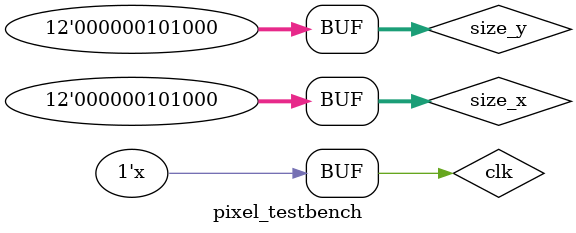
<source format=sv>

module pixel_testbench();
	// TODO "Reset perspective"
	//      Right-click the Sigasi icon in the top right corner and select **Reset**
	//      to reset the Sigasi perspective and start with a cleaner layout.

	// TODO "Validation: severity"
	//      By default, the use of the deprecated `reg` keyword is ignored.
	//      Depending on your project requirements, you may want to change the severity
	//      to `error`, `warning` or `info`.
	//
	//      Go to **Project > Properties > Verilog Errors/Warnings**.
	//      Tick the 'Enable project specific settings' checkbox.
	//      Change the `Disallow 'reg' datatype` severity to `warning` and click `Apply and Close`.
	//      Note that the warning icons have appeared on the next 2 lines to reflect the new severity.
	reg rst;
	reg start;

	// TODO "Quick Fixes"
	//      The lightbulbs combined with the warning markers on the previous lines of code mean that
	//      Sigasi Studio has one or more **Quick Fixes**. These are suggestions on how to solve the problem.
	//      Place your mouse pointer over the marker icon to see the warning message.
	//      Click on the icon to open the Quick Fixes pop-up, and double-click the suggested solution
	//      `Replace reg with logic` to accept it.
	//
	//      Alternatively, use a Quick Fix to suppress the warning.
	reg clk;

	logic [11:0] size_x = 40, size_y = 40;
	logic [23:0] count;
	logic pixel_in, input_pixel;
	typedef enum {IDLE, RUNNING, READY} t_feeder_states;
	t_feeder_states feeder_state;
	// Feed data into the DUT
	always @(posedge clk) begin
		if (rst == 1'b1) begin
			feeder_state = IDLE;
			pixel_in = 0;
			count = 0;
		end
		else begin
			pixel_in = 0;
			// TODO "Validation: case statement"
			//      Place the mouse pointer over the warning-with-lightbulb icon at the left of the
			//      next line of code. A pop-up appears with two warning messages.
			//      * The case statement doesn't cover all cases: `IDLE` is missing.
			//      * The case statement doesn't have a `default` clause.
			//
			//      The line after the `case` line has the choice `ID` with a missing `LE`. Place the
			//      cursor after `ID` and press **Ctrl+Space** to auto-complete the enum value. Now all
			//      cases are covered in the case statement.
			case (feeder_state)
				IDLE:
				if (start) begin
					feeder_state = RUNNING;
					pixel_in = input_pixel;
					count = 1;
				end
				RUNNING:
				if (count < size_x * size_y) begin
					pixel_in = input_pixel;
					count += 1;
				end
				else
					feeder_state = READY;
					// TODO "Validation: case statement (cont'd)"
					//      Place the cursor on the line with `//default :` and press **Ctrl+/** to uncomment.
					//      The warning on the case statement is now gone, but a new warning is flagged on the
					//      default clause. The default clause should be placed after all other cases.
					//
					//      Leave the cursor on the same line and press **Alt+Down** 4 times
					//      to move the default clause to the appropriate place.
				READY: begin
					$display("All done");
					feeder_state = IDLE;
				end
				default : feeder_state = IDLE;
			endcase
		end
	end

	// TODO "Naming conventions"
	//      Sigasi Studio can help to enforce naming conventions of various design items,
	//      e.g. to enforce that instance names start with `inst_`.
	//
	//      Go to **Window > Preferences > Sigasi > Verilog/SystemVerilog > Naming Conventions**.
	//      In the box next to `Instantiation`, enter `inst_\w+` (without the backticks)
	//      and click `Apply and Save`.
	//      Note that a warning marker has appeared in front of the next line of code.
	//
	//      Now add `inst_` in front of `dut_top_instance` so the code adheres to the
	//      naming convention and the warning marker disappears.
	//
	//      The naming conventions are written using regular expressions.
	//      Information on the syntax can be found here: https://www.sigasi.com/app/regex
	//
	//      Go back to **Window > Preferences > Sigasi > Verilog/SystemVerilog > Naming Conventions**,
	//      click `Restore Defaults` and `Apply and Save`.
	dut_top inst_dut_top_instance (
		.clk(clk),
		.rst(rst),
		.start(start),
		.size_x(size_x),
		.size_y(size_y),
		.pixel_in(pixel_in),
		.pixel_out(pixel_out),
		.pixel_valid(pixel_valid)
	);

	// Clock generator
	always #5 begin
		clk = ~clk;
	end

	// TODO "Mixed language design"
	//      Sigasi Studio supports designs that use both (System)Verilog and VHDL.
	//      To add VHDL support to the current project, right-click the tutorial project
	//      in the Project Explorer and select **Configure > Add VHDL support**.
	//
	//      Or, open `drive_rst_start.vhd` from the Project Explorer. A pop-up asks
	//      whether you want to add VHDL support to the project. Click **Yes** and
	//      you're all set.
	//
	//      Now add an instance of a VHDL module.
	//      On the empty line below, type the first characters of `drive_rst_start`,
	//      press **Ctrl+Space**.


	// TODO "Hierarchy view"
	//      Right-click anywhere inside the text of the current module
	//      (`pixel_testbench`), for example on the current line.
	//      Select `Set as Top Level` to set the current design unit as the top level
	//      of the design hierarchy. Now check out the Hierarchy view window to the
	//      right of the editor, under the Outline view.
	//      At the top of the Hierarchy window, click the 2nd icon (**Expand all**,
	//      `+` sign in a box) to see the complete design hierarchy.
	//      Double-click on the `always statement` under `dut_engine`
	//      to navigate to the corresponding code in the editor.

endmodule

</source>
